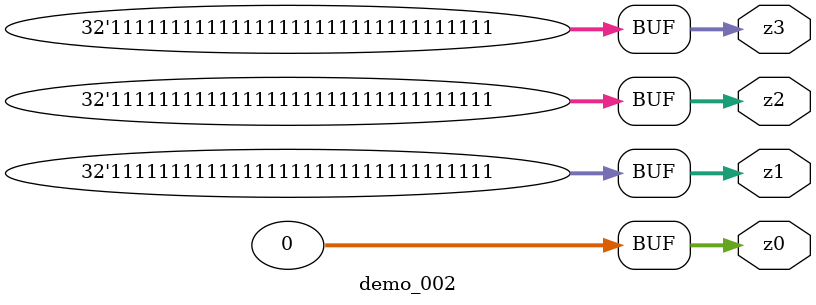
<source format=v>

module t(/*AUTOARG*/
   // Inputs
   clk
   );
   input clk;

   integer cyc = 0;

   /*AUTOWIRE*/
   // Beginning of automatic wires (for undeclared instantiated-module outputs)
   wire [7:0]           y1;                     // From d1 of demo_001.v
   wire [7:0]           y2;                     // From d1 of demo_001.v
   wire [7:0]           y3;                     // From d1 of demo_001.v
   wire [7:0]           y4;                     // From d1 of demo_001.v
   wire [31:0]          z0;                     // From d2 of demo_002.v
   wire [31:0]          z1;                     // From d2 of demo_002.v
   wire [31:0]          z2;                     // From d2 of demo_002.v
   wire [31:0]          z3;                     // From d2 of demo_002.v
   // End of automatics

   demo_001 d1(/*AUTOINST*/
               // Outputs
               .y1                      (y1[7:0]),
               .y2                      (y2[7:0]),
               .y3                      (y3[7:0]),
               .y4                      (y4[7:0]));
   demo_002 d2(/*AUTOINST*/
               // Outputs
               .z0                      (z0[31:0]),
               .z1                      (z1[31:0]),
               .z2                      (z2[31:0]),
               .z3                      (z3[31:0]));

   // Test loop
   always @ (posedge clk) begin
      cyc <= cyc + 1;
      if (y1 !== 8'h7b) $stop;
      if (y2 !== 8'h7c) $stop;
      if (y3 !== 8'h7b) $stop;
      if (y4 !== 8'h7c) $stop;
      if (z0 !== 32'h00000000) $stop;
      if (z1 !== 32'hffffffff) $stop;
      if (z2 !== 32'hffffffff) $stop;
      if (z3 !== 32'hffffffff) $stop;
      if (cyc == 99) begin
         $write("*-* All Finished *-*\n");
         $finish;
      end
   end
endmodule

module demo_001(y1, y2, y3, y4);
   output [7:0] y1, y2, y3, y4;

   // verilator lint_off REALCVT
   localparam [7:0] P1 = 123.45;
   localparam real P2 = 123.45;
   localparam real P3 = 123;
   localparam P4 = 123.45;

   // verilator lint_off WIDTH
   assign y1 = P1 + 0.2;
   assign y2 = P2 + 0.2;
   assign y3 = P3 + 0.2;
   assign y4 = P4 + 0.2;
   // verilator lint_on WIDTH
endmodule

module demo_002(z0, z1, z2, z3);
   output [31:0] z0, z1, z2, z3;

   // verilator lint_off WIDTH
   assign z0 = 1'bx >= (-1 * -1.17);
   // verilator lint_on WIDTH
   assign z1 = 1 ?  1 ?  -1 : 'd0 : 0.0;
   assign z2 = 1 ? -1 :   1 ? 'd0 : 0.0;
   assign z3 = 1 ? -1 : 'd0;
endmodule

</source>
